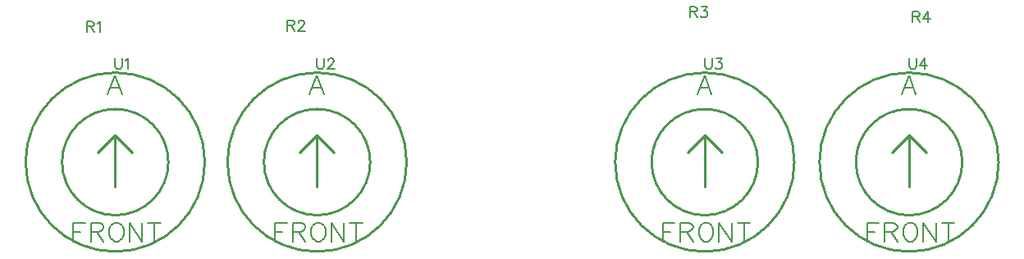
<source format=gto>
G04 Layer: TopSilkLayer*
G04 EasyEDA v6.4.16, 2021-07-30T14:07:32--5:00*
G04 5f12effaa85148b9a48170333d93dde8,a06e18dc318348aaad0c553491c65e39,10*
G04 Gerber Generator version 0.2*
G04 Scale: 100 percent, Rotated: No, Reflected: No *
G04 Dimensions in inches *
G04 leading zeros omitted , absolute positions ,3 integer and 6 decimal *
%FSLAX36Y36*%
%MOIN*%

%ADD10C,0.0100*%
%ADD26C,0.0060*%
%ADD27C,0.0080*%

%LPD*%
D26*
X1020000Y2655399D02*
G01*
X1020000Y2612500D01*
X1020000Y2655399D02*
G01*
X1038400Y2655399D01*
X1044499Y2653400D01*
X1046599Y2651300D01*
X1048599Y2647199D01*
X1048599Y2643099D01*
X1046599Y2639000D01*
X1044499Y2636999D01*
X1038400Y2635000D01*
X1020000Y2635000D01*
X1034300Y2635000D02*
G01*
X1048599Y2612500D01*
X1062100Y2647199D02*
G01*
X1066199Y2649299D01*
X1072399Y2655399D01*
X1072399Y2612500D01*
X1835000Y2660399D02*
G01*
X1835000Y2617500D01*
X1835000Y2660399D02*
G01*
X1853400Y2660399D01*
X1859499Y2658400D01*
X1861599Y2656300D01*
X1863599Y2652199D01*
X1863599Y2648099D01*
X1861599Y2644000D01*
X1859499Y2641999D01*
X1853400Y2640000D01*
X1835000Y2640000D01*
X1849300Y2640000D02*
G01*
X1863599Y2617500D01*
X1879200Y2650200D02*
G01*
X1879200Y2652199D01*
X1881199Y2656300D01*
X1883299Y2658400D01*
X1887399Y2660399D01*
X1895500Y2660399D01*
X1899600Y2658400D01*
X1901700Y2656300D01*
X1903699Y2652199D01*
X1903699Y2648099D01*
X1901700Y2644000D01*
X1897600Y2637899D01*
X1877100Y2617500D01*
X1905799Y2617500D01*
X3470000Y2715399D02*
G01*
X3470000Y2672500D01*
X3470000Y2715399D02*
G01*
X3488400Y2715399D01*
X3494499Y2713400D01*
X3496599Y2711300D01*
X3498599Y2707199D01*
X3498599Y2703099D01*
X3496599Y2699000D01*
X3494499Y2696999D01*
X3488400Y2695000D01*
X3470000Y2695000D01*
X3484300Y2695000D02*
G01*
X3498599Y2672500D01*
X3516199Y2715399D02*
G01*
X3538699Y2715399D01*
X3526499Y2699000D01*
X3532600Y2699000D01*
X3536700Y2696999D01*
X3538699Y2695000D01*
X3540799Y2688800D01*
X3540799Y2684699D01*
X3538699Y2678600D01*
X3534600Y2674499D01*
X3528500Y2672500D01*
X3522399Y2672500D01*
X3516199Y2674499D01*
X3514200Y2676500D01*
X3512100Y2680599D01*
X4375000Y2695399D02*
G01*
X4375000Y2652500D01*
X4375000Y2695399D02*
G01*
X4393400Y2695399D01*
X4399499Y2693400D01*
X4401599Y2691300D01*
X4403599Y2687199D01*
X4403599Y2683099D01*
X4401599Y2679000D01*
X4399499Y2676999D01*
X4393400Y2675000D01*
X4375000Y2675000D01*
X4389300Y2675000D02*
G01*
X4403599Y2652500D01*
X4437600Y2695399D02*
G01*
X4417100Y2666799D01*
X4447799Y2666799D01*
X4437600Y2695399D02*
G01*
X4437600Y2652500D01*
X3530000Y2505399D02*
G01*
X3530000Y2474699D01*
X3531999Y2468600D01*
X3536099Y2464499D01*
X3542299Y2462500D01*
X3546400Y2462500D01*
X3552500Y2464499D01*
X3556599Y2468600D01*
X3558599Y2474699D01*
X3558599Y2505399D01*
X3576199Y2505399D02*
G01*
X3598699Y2505399D01*
X3586499Y2489000D01*
X3592600Y2489000D01*
X3596700Y2486999D01*
X3598699Y2485000D01*
X3600799Y2478800D01*
X3600799Y2474699D01*
X3598699Y2468600D01*
X3594600Y2464499D01*
X3588500Y2462500D01*
X3582399Y2462500D01*
X3576199Y2464499D01*
X3574200Y2466500D01*
X3572100Y2470599D01*
D27*
X3360000Y1837600D02*
G01*
X3360000Y1761300D01*
X3360000Y1837600D02*
G01*
X3407299Y1837600D01*
X3360000Y1801300D02*
G01*
X3389099Y1801300D01*
X3431300Y1837600D02*
G01*
X3431300Y1761300D01*
X3431300Y1837600D02*
G01*
X3463999Y1837600D01*
X3474899Y1834000D01*
X3478500Y1830399D01*
X3482200Y1823099D01*
X3482200Y1815799D01*
X3478500Y1808499D01*
X3474899Y1804899D01*
X3463999Y1801300D01*
X3431300Y1801300D01*
X3456700Y1801300D02*
G01*
X3482200Y1761300D01*
X3528000Y1837600D02*
G01*
X3520699Y1834000D01*
X3513500Y1826700D01*
X3509799Y1819499D01*
X3506199Y1808499D01*
X3506199Y1790399D01*
X3509799Y1779499D01*
X3513500Y1772199D01*
X3520699Y1764899D01*
X3528000Y1761300D01*
X3542500Y1761300D01*
X3549799Y1764899D01*
X3557100Y1772199D01*
X3560699Y1779499D01*
X3564399Y1790399D01*
X3564399Y1808499D01*
X3560699Y1819499D01*
X3557100Y1826700D01*
X3549799Y1834000D01*
X3542500Y1837600D01*
X3528000Y1837600D01*
X3588400Y1837600D02*
G01*
X3588400Y1761300D01*
X3588400Y1837600D02*
G01*
X3639300Y1761300D01*
X3639300Y1837600D02*
G01*
X3639300Y1761300D01*
X3688699Y1837600D02*
G01*
X3688699Y1761300D01*
X3663299Y1837600D02*
G01*
X3714200Y1837600D01*
X3529099Y2437600D02*
G01*
X3500000Y2361300D01*
X3529099Y2437600D02*
G01*
X3558199Y2361300D01*
X3510900Y2386700D02*
G01*
X3547299Y2386700D01*
D26*
X1135000Y2505399D02*
G01*
X1135000Y2474699D01*
X1136999Y2468600D01*
X1141099Y2464499D01*
X1147299Y2462500D01*
X1151400Y2462500D01*
X1157500Y2464499D01*
X1161599Y2468600D01*
X1163599Y2474699D01*
X1163599Y2505399D01*
X1177100Y2497199D02*
G01*
X1181199Y2499299D01*
X1187399Y2505399D01*
X1187399Y2462500D01*
D27*
X965000Y1837600D02*
G01*
X965000Y1761300D01*
X965000Y1837600D02*
G01*
X1012299Y1837600D01*
X965000Y1801300D02*
G01*
X994099Y1801300D01*
X1036300Y1837600D02*
G01*
X1036300Y1761300D01*
X1036300Y1837600D02*
G01*
X1068999Y1837600D01*
X1079899Y1834000D01*
X1083500Y1830399D01*
X1087200Y1823099D01*
X1087200Y1815799D01*
X1083500Y1808499D01*
X1079899Y1804899D01*
X1068999Y1801300D01*
X1036300Y1801300D01*
X1061700Y1801300D02*
G01*
X1087200Y1761300D01*
X1133000Y1837600D02*
G01*
X1125699Y1834000D01*
X1118500Y1826700D01*
X1114799Y1819499D01*
X1111199Y1808499D01*
X1111199Y1790399D01*
X1114799Y1779499D01*
X1118500Y1772199D01*
X1125699Y1764899D01*
X1133000Y1761300D01*
X1147500Y1761300D01*
X1154799Y1764899D01*
X1162100Y1772199D01*
X1165699Y1779499D01*
X1169399Y1790399D01*
X1169399Y1808499D01*
X1165699Y1819499D01*
X1162100Y1826700D01*
X1154799Y1834000D01*
X1147500Y1837600D01*
X1133000Y1837600D01*
X1193400Y1837600D02*
G01*
X1193400Y1761300D01*
X1193400Y1837600D02*
G01*
X1244300Y1761300D01*
X1244300Y1837600D02*
G01*
X1244300Y1761300D01*
X1293699Y1837600D02*
G01*
X1293699Y1761300D01*
X1268299Y1837600D02*
G01*
X1319200Y1837600D01*
X1134099Y2437600D02*
G01*
X1105000Y2361300D01*
X1134099Y2437600D02*
G01*
X1163199Y2361300D01*
X1115900Y2386700D02*
G01*
X1152299Y2386700D01*
D26*
X1955000Y2505399D02*
G01*
X1955000Y2474699D01*
X1956999Y2468600D01*
X1961099Y2464499D01*
X1967299Y2462500D01*
X1971400Y2462500D01*
X1977500Y2464499D01*
X1981599Y2468600D01*
X1983599Y2474699D01*
X1983599Y2505399D01*
X1999200Y2495200D02*
G01*
X1999200Y2497199D01*
X2001199Y2501300D01*
X2003299Y2503400D01*
X2007399Y2505399D01*
X2015500Y2505399D01*
X2019600Y2503400D01*
X2021700Y2501300D01*
X2023699Y2497199D01*
X2023699Y2493099D01*
X2021700Y2489000D01*
X2017600Y2482899D01*
X1997100Y2462500D01*
X2025799Y2462500D01*
D27*
X1785000Y1837600D02*
G01*
X1785000Y1761300D01*
X1785000Y1837600D02*
G01*
X1832299Y1837600D01*
X1785000Y1801300D02*
G01*
X1814099Y1801300D01*
X1856300Y1837600D02*
G01*
X1856300Y1761300D01*
X1856300Y1837600D02*
G01*
X1888999Y1837600D01*
X1899899Y1834000D01*
X1903500Y1830399D01*
X1907200Y1823099D01*
X1907200Y1815799D01*
X1903500Y1808499D01*
X1899899Y1804899D01*
X1888999Y1801300D01*
X1856300Y1801300D01*
X1881700Y1801300D02*
G01*
X1907200Y1761300D01*
X1953000Y1837600D02*
G01*
X1945699Y1834000D01*
X1938500Y1826700D01*
X1934799Y1819499D01*
X1931199Y1808499D01*
X1931199Y1790399D01*
X1934799Y1779499D01*
X1938500Y1772199D01*
X1945699Y1764899D01*
X1953000Y1761300D01*
X1967500Y1761300D01*
X1974799Y1764899D01*
X1982100Y1772199D01*
X1985699Y1779499D01*
X1989399Y1790399D01*
X1989399Y1808499D01*
X1985699Y1819499D01*
X1982100Y1826700D01*
X1974799Y1834000D01*
X1967500Y1837600D01*
X1953000Y1837600D01*
X2013400Y1837600D02*
G01*
X2013400Y1761300D01*
X2013400Y1837600D02*
G01*
X2064300Y1761300D01*
X2064300Y1837600D02*
G01*
X2064300Y1761300D01*
X2113699Y1837600D02*
G01*
X2113699Y1761300D01*
X2088299Y1837600D02*
G01*
X2139200Y1837600D01*
X1954099Y2437600D02*
G01*
X1925000Y2361300D01*
X1954099Y2437600D02*
G01*
X1983199Y2361300D01*
X1935900Y2386700D02*
G01*
X1972299Y2386700D01*
D26*
X4360000Y2505399D02*
G01*
X4360000Y2474699D01*
X4361999Y2468600D01*
X4366099Y2464499D01*
X4372299Y2462500D01*
X4376400Y2462500D01*
X4382500Y2464499D01*
X4386599Y2468600D01*
X4388599Y2474699D01*
X4388599Y2505399D01*
X4422600Y2505399D02*
G01*
X4402100Y2476799D01*
X4432799Y2476799D01*
X4422600Y2505399D02*
G01*
X4422600Y2462500D01*
D27*
X4190000Y1837600D02*
G01*
X4190000Y1761300D01*
X4190000Y1837600D02*
G01*
X4237299Y1837600D01*
X4190000Y1801300D02*
G01*
X4219099Y1801300D01*
X4261300Y1837600D02*
G01*
X4261300Y1761300D01*
X4261300Y1837600D02*
G01*
X4293999Y1837600D01*
X4304899Y1834000D01*
X4308500Y1830399D01*
X4312200Y1823099D01*
X4312200Y1815799D01*
X4308500Y1808499D01*
X4304899Y1804899D01*
X4293999Y1801300D01*
X4261300Y1801300D01*
X4286700Y1801300D02*
G01*
X4312200Y1761300D01*
X4358000Y1837600D02*
G01*
X4350699Y1834000D01*
X4343500Y1826700D01*
X4339799Y1819499D01*
X4336199Y1808499D01*
X4336199Y1790399D01*
X4339799Y1779499D01*
X4343500Y1772199D01*
X4350699Y1764899D01*
X4358000Y1761300D01*
X4372500Y1761300D01*
X4379799Y1764899D01*
X4387100Y1772199D01*
X4390699Y1779499D01*
X4394399Y1790399D01*
X4394399Y1808499D01*
X4390699Y1819499D01*
X4387100Y1826700D01*
X4379799Y1834000D01*
X4372500Y1837600D01*
X4358000Y1837600D01*
X4418400Y1837600D02*
G01*
X4418400Y1761300D01*
X4418400Y1837600D02*
G01*
X4469300Y1761300D01*
X4469300Y1837600D02*
G01*
X4469300Y1761300D01*
X4518699Y1837600D02*
G01*
X4518699Y1761300D01*
X4493299Y1837600D02*
G01*
X4544200Y1837600D01*
X4359099Y2437600D02*
G01*
X4330000Y2361300D01*
X4359099Y2437600D02*
G01*
X4388199Y2361300D01*
X4340900Y2386700D02*
G01*
X4377299Y2386700D01*
D10*
X3530000Y1984000D02*
G01*
X3530000Y2184000D01*
X3520000Y2184000D01*
X3460000Y2124000D01*
X3530000Y2194000D01*
X3600000Y2124000D01*
X1135000Y1984000D02*
G01*
X1135000Y2184000D01*
X1125000Y2184000D01*
X1065000Y2124000D01*
X1135000Y2194000D01*
X1205000Y2124000D01*
X1955000Y1984000D02*
G01*
X1955000Y2184000D01*
X1945000Y2184000D01*
X1885000Y2124000D01*
X1955000Y2194000D01*
X2025000Y2124000D01*
X4360000Y1984000D02*
G01*
X4360000Y2184000D01*
X4350000Y2184000D01*
X4290000Y2124000D01*
X4360000Y2194000D01*
X4430000Y2124000D01*
G75*
G01
X3894000Y2084000D02*
G03X3894000Y2084000I-364000J0D01*
G75*
G01
X3746000Y2084000D02*
G03X3746000Y2084000I-216000J0D01*
G75*
G01
X1499000Y2084000D02*
G03X1499000Y2084000I-364000J0D01*
G75*
G01
X1351000Y2084000D02*
G03X1351000Y2084000I-216000J0D01*
G75*
G01
X2319000Y2084000D02*
G03X2319000Y2084000I-364000J0D01*
G75*
G01
X2171000Y2084000D02*
G03X2171000Y2084000I-216000J0D01*
G75*
G01
X4724000Y2084000D02*
G03X4724000Y2084000I-364000J0D01*
G75*
G01
X4576000Y2084000D02*
G03X4576000Y2084000I-216000J0D01*
M02*

</source>
